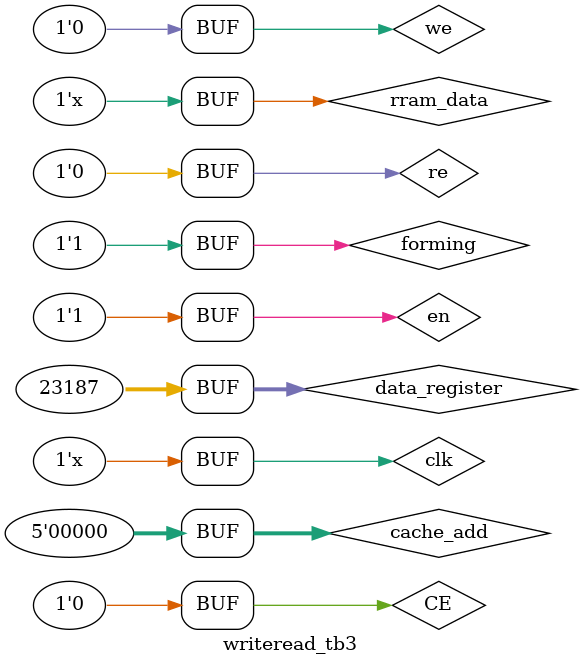
<source format=v>
`timescale 1ns/1ns
module writeread_tb3;
 reg CE;
 reg clk;
 reg[31:0] data_register;
 reg re;
 reg we;
 reg forming;
 reg[4:0] cache_add;
 wire[31:0] data_cache;
 wire rram_data;
 wire rram_ce;
 wire rram_we;
 wire rram_re;
 reg en;
 reg rram_data_in;
 //assign en=(we|forming)&(~we);
 assign rram_data=(!en)?rram_data_in:1'bz;
 writeread U1(clk,CE,data_register,data_cache,re,we,cache_add,forming,rram_re,rram_we,rram_data,rram_ce);
 always
  #5 clk=~clk;
 
 initial
  begin
   CE=1;
   clk=1;
   re=0;
   we=0;
   forming=0;
   data_register=32'b0101_1010_1001_0011;
   cache_add=5'b00000;
   #5 CE=0;
   #5 we=0;   //t=10
      en=1;
      forming=1;   
  end
 endmodule
       
</source>
